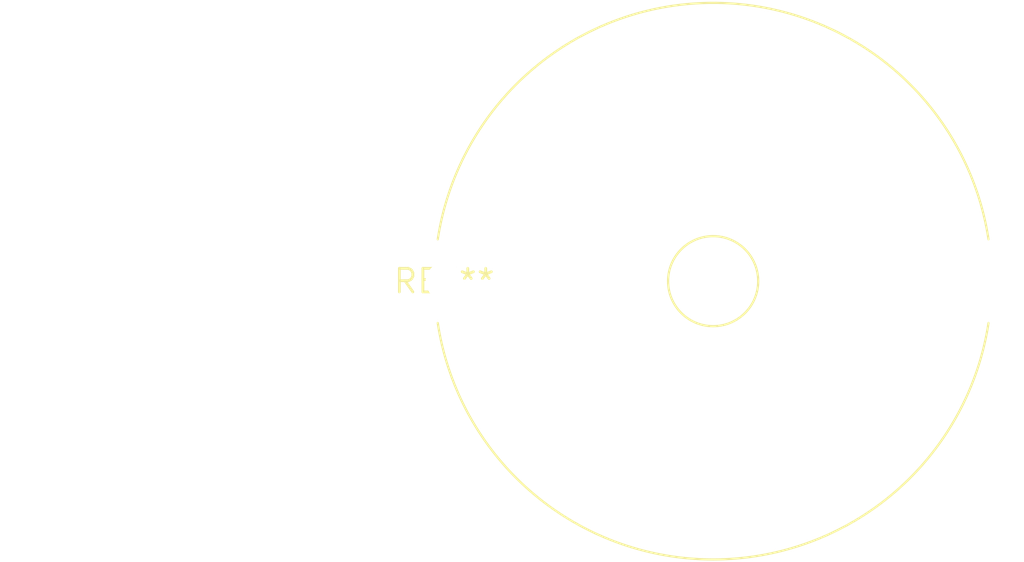
<source format=kicad_pcb>
(kicad_pcb (version 20240108) (generator pcbnew)
  (layers (0 "F.Cu" signal) (31 "B.Cu" signal) (34 "B.Paste" user) (35 "F.Paste" user) (36 "B.SilkS" user "B.Silkscreen") (37 "F.SilkS" user "F.Silkscreen") (38 "B.Mask" user) (39 "F.Mask" user) (44 "Edge.Cuts" user))
  (net 0 "")
  (footprint "L_Radial_D29.8mm_P29.00mm_Murata_1400series" (layer "F.Cu") (at 0 0)
    (property "Reference" "REF**")
    (property "Value" "L_Radial_D29.8mm_P29.00mm_Murata_1400series")
    (fp_arc (start -0.349 -2.26) (mid 14.5 -15.02) (end 29.349 -2.26) (layer "F.SilkS") (stroke (width 0.12)))
    (fp_arc (start 29.349 2.26) (mid 14.5 15.02) (end -0.349 2.26) (layer "F.SilkS") (stroke (width 0.12)))
    (fp_circle (center 14.5 0) (end 16.93 0) (layer "F.SilkS") (stroke (width 0.12)) (fill none))
    (pad "1" thru_hole circle (at 0 0) (size 4 4) (drill 2) (layers *.Cu *.Mask) (remove_unused_layers))
    (pad "2" thru_hole circle (at 29 0) (size 4 4) (drill 2) (layers *.Cu *.Mask) (remove_unused_layers))
  )
)
</source>
